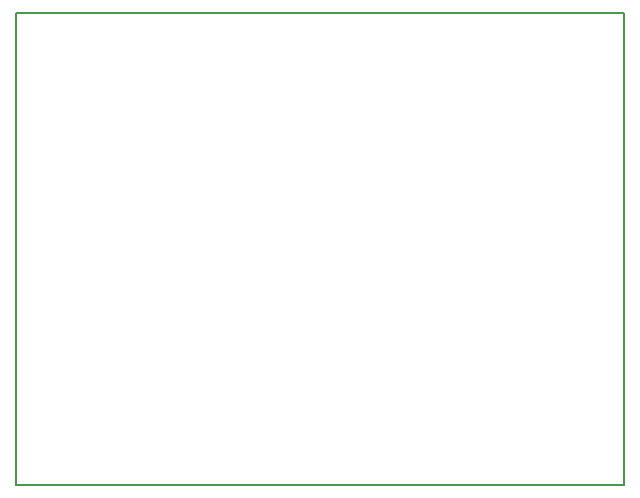
<source format=gbr>
G04 #@! TF.GenerationSoftware,KiCad,Pcbnew,5.1.2-f72e74a~84~ubuntu16.04.1*
G04 #@! TF.CreationDate,2019-05-27T21:49:57+02:00*
G04 #@! TF.ProjectId,CameraMotor,43616d65-7261-44d6-9f74-6f722e6b6963,rev?*
G04 #@! TF.SameCoordinates,Original*
G04 #@! TF.FileFunction,Profile,NP*
%FSLAX46Y46*%
G04 Gerber Fmt 4.6, Leading zero omitted, Abs format (unit mm)*
G04 Created by KiCad (PCBNEW 5.1.2-f72e74a~84~ubuntu16.04.1) date 2019-05-27 21:49:57*
%MOMM*%
%LPD*%
G04 APERTURE LIST*
%ADD10C,0.150000*%
G04 APERTURE END LIST*
D10*
X181610000Y-132715000D02*
X130175000Y-132715000D01*
X130175000Y-132715000D02*
X130175000Y-92710000D01*
X181610000Y-92710000D02*
X181610000Y-132715000D01*
X130175000Y-92710000D02*
X181610000Y-92710000D01*
M02*

</source>
